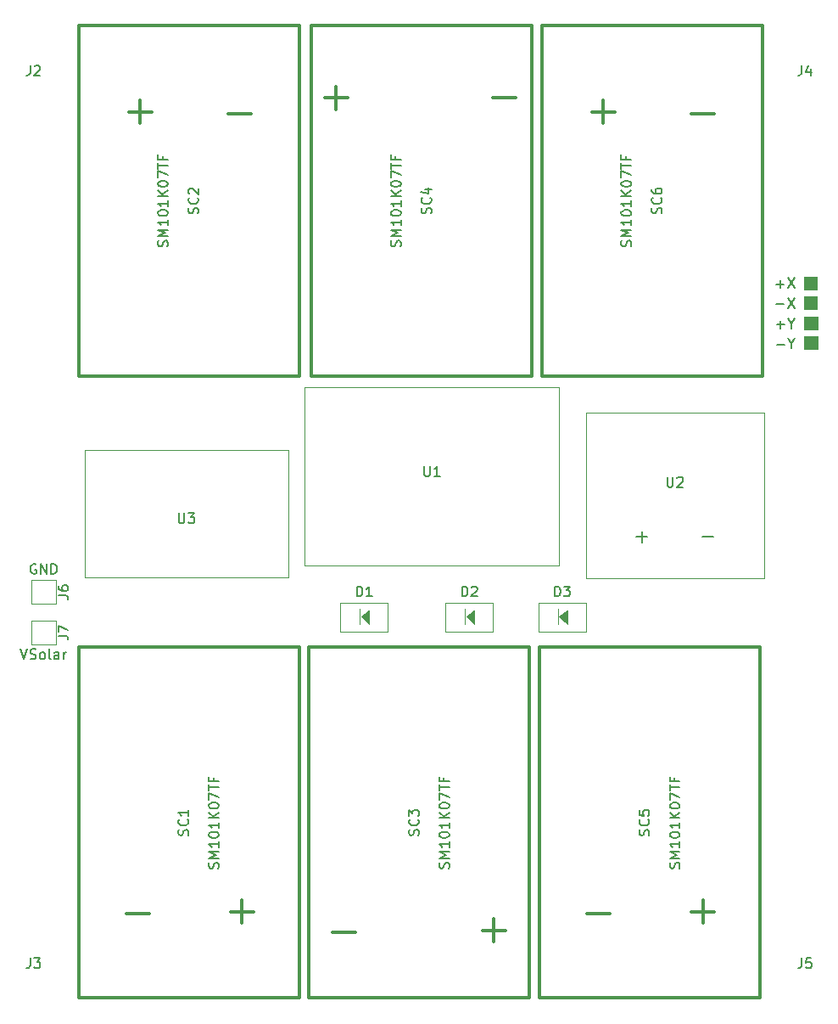
<source format=gbr>
%TF.GenerationSoftware,KiCad,Pcbnew,(5.1.10)-1*%
%TF.CreationDate,2022-06-07T20:11:27-07:00*%
%TF.ProjectId,solar-panel-NoCutout,736f6c61-722d-4706-916e-656c2d4e6f43,1.0*%
%TF.SameCoordinates,Original*%
%TF.FileFunction,Legend,Top*%
%TF.FilePolarity,Positive*%
%FSLAX46Y46*%
G04 Gerber Fmt 4.6, Leading zero omitted, Abs format (unit mm)*
G04 Created by KiCad (PCBNEW (5.1.10)-1) date 2022-06-07 20:11:27*
%MOMM*%
%LPD*%
G01*
G04 APERTURE LIST*
%ADD10C,0.150000*%
%ADD11C,0.100000*%
%ADD12C,0.120000*%
%ADD13C,0.300000*%
%ADD14C,0.200000*%
G04 APERTURE END LIST*
D10*
X106238095Y-120000000D02*
X106142857Y-119952380D01*
X106000000Y-119952380D01*
X105857142Y-120000000D01*
X105761904Y-120095238D01*
X105714285Y-120190476D01*
X105666666Y-120380952D01*
X105666666Y-120523809D01*
X105714285Y-120714285D01*
X105761904Y-120809523D01*
X105857142Y-120904761D01*
X106000000Y-120952380D01*
X106095238Y-120952380D01*
X106238095Y-120904761D01*
X106285714Y-120857142D01*
X106285714Y-120523809D01*
X106095238Y-120523809D01*
X106714285Y-120952380D02*
X106714285Y-119952380D01*
X107285714Y-120952380D01*
X107285714Y-119952380D01*
X107761904Y-120952380D02*
X107761904Y-119952380D01*
X108000000Y-119952380D01*
X108142857Y-120000000D01*
X108238095Y-120095238D01*
X108285714Y-120190476D01*
X108333333Y-120380952D01*
X108333333Y-120523809D01*
X108285714Y-120714285D01*
X108238095Y-120809523D01*
X108142857Y-120904761D01*
X108000000Y-120952380D01*
X107761904Y-120952380D01*
X104714285Y-128452380D02*
X105047619Y-129452380D01*
X105380952Y-128452380D01*
X105666666Y-129404761D02*
X105809523Y-129452380D01*
X106047619Y-129452380D01*
X106142857Y-129404761D01*
X106190476Y-129357142D01*
X106238095Y-129261904D01*
X106238095Y-129166666D01*
X106190476Y-129071428D01*
X106142857Y-129023809D01*
X106047619Y-128976190D01*
X105857142Y-128928571D01*
X105761904Y-128880952D01*
X105714285Y-128833333D01*
X105666666Y-128738095D01*
X105666666Y-128642857D01*
X105714285Y-128547619D01*
X105761904Y-128500000D01*
X105857142Y-128452380D01*
X106095238Y-128452380D01*
X106238095Y-128500000D01*
X106809523Y-129452380D02*
X106714285Y-129404761D01*
X106666666Y-129357142D01*
X106619047Y-129261904D01*
X106619047Y-128976190D01*
X106666666Y-128880952D01*
X106714285Y-128833333D01*
X106809523Y-128785714D01*
X106952380Y-128785714D01*
X107047619Y-128833333D01*
X107095238Y-128880952D01*
X107142857Y-128976190D01*
X107142857Y-129261904D01*
X107095238Y-129357142D01*
X107047619Y-129404761D01*
X106952380Y-129452380D01*
X106809523Y-129452380D01*
X107714285Y-129452380D02*
X107619047Y-129404761D01*
X107571428Y-129309523D01*
X107571428Y-128452380D01*
X108523809Y-129452380D02*
X108523809Y-128928571D01*
X108476190Y-128833333D01*
X108380952Y-128785714D01*
X108190476Y-128785714D01*
X108095238Y-128833333D01*
X108523809Y-129404761D02*
X108428571Y-129452380D01*
X108190476Y-129452380D01*
X108095238Y-129404761D01*
X108047619Y-129309523D01*
X108047619Y-129214285D01*
X108095238Y-129119047D01*
X108190476Y-129071428D01*
X108428571Y-129071428D01*
X108523809Y-129023809D01*
X108999999Y-129452380D02*
X108999999Y-128785714D01*
X108999999Y-128976190D02*
X109047619Y-128880952D01*
X109095238Y-128833333D01*
X109190476Y-128785714D01*
X109285714Y-128785714D01*
D11*
G36*
X184277000Y-98552000D02*
G01*
X182943500Y-98552000D01*
X182943500Y-97282000D01*
X184277000Y-97282000D01*
X184277000Y-98552000D01*
G37*
X184277000Y-98552000D02*
X182943500Y-98552000D01*
X182943500Y-97282000D01*
X184277000Y-97282000D01*
X184277000Y-98552000D01*
G36*
X184277000Y-96583500D02*
G01*
X182943500Y-96583500D01*
X182943500Y-95313500D01*
X184277000Y-95313500D01*
X184277000Y-96583500D01*
G37*
X184277000Y-96583500D02*
X182943500Y-96583500D01*
X182943500Y-95313500D01*
X184277000Y-95313500D01*
X184277000Y-96583500D01*
G36*
X184213500Y-94551500D02*
G01*
X182880000Y-94551500D01*
X182880000Y-93281500D01*
X184213500Y-93281500D01*
X184213500Y-94551500D01*
G37*
X184213500Y-94551500D02*
X182880000Y-94551500D01*
X182880000Y-93281500D01*
X184213500Y-93281500D01*
X184213500Y-94551500D01*
G36*
X184213500Y-92583000D02*
G01*
X182880000Y-92583000D01*
X182880000Y-91313000D01*
X184213500Y-91313000D01*
X184213500Y-92583000D01*
G37*
X184213500Y-92583000D02*
X182880000Y-92583000D01*
X182880000Y-91313000D01*
X184213500Y-91313000D01*
X184213500Y-92583000D01*
D10*
X180190476Y-98071428D02*
X180952380Y-98071428D01*
X181619047Y-97976190D02*
X181619047Y-98452380D01*
X181285714Y-97452380D02*
X181619047Y-97976190D01*
X181952380Y-97452380D01*
X180190476Y-96071428D02*
X180952380Y-96071428D01*
X180571428Y-96452380D02*
X180571428Y-95690476D01*
X181619047Y-95976190D02*
X181619047Y-96452380D01*
X181285714Y-95452380D02*
X181619047Y-95976190D01*
X181952380Y-95452380D01*
X180142857Y-94071428D02*
X180904761Y-94071428D01*
X181285714Y-93452380D02*
X181952380Y-94452380D01*
X181952380Y-93452380D02*
X181285714Y-94452380D01*
X180142857Y-92071428D02*
X180904761Y-92071428D01*
X180523809Y-92452380D02*
X180523809Y-91690476D01*
X181285714Y-91452380D02*
X181952380Y-92452380D01*
X181952380Y-91452380D02*
X181285714Y-92452380D01*
D12*
%TO.C,J7*%
X108200000Y-125600000D02*
X108200000Y-128000000D01*
X108200000Y-128000000D02*
X105800000Y-128000000D01*
X105800000Y-128000000D02*
X105800000Y-125600000D01*
X105800000Y-125600000D02*
X108200000Y-125600000D01*
%TO.C,J6*%
X108200000Y-121550000D02*
X108200000Y-123950000D01*
X108200000Y-123950000D02*
X105800000Y-123950000D01*
X105800000Y-123950000D02*
X105800000Y-121550000D01*
X105800000Y-121550000D02*
X108200000Y-121550000D01*
%TO.C,U1*%
X158450000Y-111250000D02*
X158450000Y-120140000D01*
X145750000Y-120140000D02*
X158450000Y-120140000D01*
X145750000Y-120140000D02*
X133050000Y-120140000D01*
X133050000Y-111250000D02*
X133050000Y-120140000D01*
X158450000Y-111250000D02*
X158450000Y-102360000D01*
X145750000Y-102360000D02*
X158450000Y-102360000D01*
X133050000Y-111250000D02*
X133050000Y-102360000D01*
X145750000Y-102360000D02*
X133050000Y-102360000D01*
%TO.C,U3*%
X121250000Y-108586000D02*
X111090000Y-108586000D01*
X111090000Y-108586000D02*
X111090000Y-114936000D01*
X121250000Y-108586000D02*
X131410000Y-108586000D01*
X131410000Y-108586000D02*
X131410000Y-114936000D01*
X111090000Y-121286000D02*
X111090000Y-114936000D01*
X121250000Y-121286000D02*
X111090000Y-121286000D01*
X131410000Y-121286000D02*
X131410000Y-114936000D01*
X121250000Y-121286000D02*
X131410000Y-121286000D01*
%TO.C,U2*%
X178890000Y-121355000D02*
X161110000Y-121355000D01*
X161110000Y-104845000D02*
X161110000Y-121355000D01*
X178890000Y-106750000D02*
X178890000Y-121355000D01*
X178890000Y-104845000D02*
X178890000Y-106750000D01*
X170000000Y-104845000D02*
X178890000Y-104845000D01*
X170000000Y-104845000D02*
X161110000Y-104845000D01*
D13*
%TO.C,SC6*%
X156750000Y-101250000D02*
X156750000Y-66250000D01*
X156750000Y-66250000D02*
X178750000Y-66250000D01*
X178750000Y-66250000D02*
X178750000Y-101250000D01*
X178750000Y-101250000D02*
X156750000Y-101250000D01*
%TO.C,SC5*%
X178500000Y-128250000D02*
X178500000Y-163250000D01*
X178500000Y-163250000D02*
X156500000Y-163250000D01*
X156500000Y-163250000D02*
X156500000Y-128250000D01*
X156500000Y-128250000D02*
X178500000Y-128250000D01*
%TO.C,SC4*%
X133750000Y-101250000D02*
X133750000Y-66250000D01*
X133750000Y-66250000D02*
X155750000Y-66250000D01*
X155750000Y-66250000D02*
X155750000Y-101250000D01*
X155750000Y-101250000D02*
X133750000Y-101250000D01*
%TO.C,SC3*%
X155500000Y-128250000D02*
X155500000Y-163250000D01*
X155500000Y-163250000D02*
X133500000Y-163250000D01*
X133500000Y-163250000D02*
X133500000Y-128250000D01*
X133500000Y-128250000D02*
X155500000Y-128250000D01*
%TO.C,SC2*%
X110500000Y-101250000D02*
X110500000Y-66250000D01*
X110500000Y-66250000D02*
X132500000Y-66250000D01*
X132500000Y-66250000D02*
X132500000Y-101250000D01*
X132500000Y-101250000D02*
X110500000Y-101250000D01*
%TO.C,SC1*%
X132500000Y-128250000D02*
X132500000Y-163250000D01*
X132500000Y-163250000D02*
X110500000Y-163250000D01*
X110500000Y-163250000D02*
X110500000Y-128250000D01*
X110500000Y-128250000D02*
X132500000Y-128250000D01*
D12*
%TO.C,D3*%
X158318200Y-124437200D02*
X158318200Y-125986600D01*
D11*
G36*
X159258000Y-125961200D02*
G01*
X158445200Y-125224600D01*
X159258000Y-124615000D01*
X159258000Y-125961200D01*
G37*
X159258000Y-125961200D02*
X158445200Y-125224600D01*
X159258000Y-124615000D01*
X159258000Y-125961200D01*
D12*
X156375000Y-123800000D02*
X161125000Y-123800000D01*
X156375000Y-126700000D02*
X156375000Y-123800000D01*
X161125000Y-126700000D02*
X161125000Y-123800000D01*
X156375000Y-126700000D02*
X161125000Y-126700000D01*
%TO.C,D2*%
X149068200Y-124437200D02*
X149068200Y-125986600D01*
D11*
G36*
X150008000Y-125961200D02*
G01*
X149195200Y-125224600D01*
X150008000Y-124615000D01*
X150008000Y-125961200D01*
G37*
X150008000Y-125961200D02*
X149195200Y-125224600D01*
X150008000Y-124615000D01*
X150008000Y-125961200D01*
D12*
X147125000Y-123800000D02*
X151875000Y-123800000D01*
X147125000Y-126700000D02*
X147125000Y-123800000D01*
X151875000Y-126700000D02*
X151875000Y-123800000D01*
X147125000Y-126700000D02*
X151875000Y-126700000D01*
%TO.C,D1*%
X138568200Y-124437200D02*
X138568200Y-125986600D01*
D11*
G36*
X139508000Y-125961200D02*
G01*
X138695200Y-125224600D01*
X139508000Y-124615000D01*
X139508000Y-125961200D01*
G37*
X139508000Y-125961200D02*
X138695200Y-125224600D01*
X139508000Y-124615000D01*
X139508000Y-125961200D01*
D12*
X136625000Y-123800000D02*
X141375000Y-123800000D01*
X136625000Y-126700000D02*
X136625000Y-123800000D01*
X141375000Y-126700000D02*
X141375000Y-123800000D01*
X136625000Y-126700000D02*
X141375000Y-126700000D01*
%TO.C,J7*%
D10*
X108450380Y-127133333D02*
X109164666Y-127133333D01*
X109307523Y-127180952D01*
X109402761Y-127276190D01*
X109450380Y-127419047D01*
X109450380Y-127514285D01*
X108450380Y-126752380D02*
X108450380Y-126085714D01*
X109450380Y-126514285D01*
%TO.C,J6*%
X108450380Y-123083333D02*
X109164666Y-123083333D01*
X109307523Y-123130952D01*
X109402761Y-123226190D01*
X109450380Y-123369047D01*
X109450380Y-123464285D01*
X108450380Y-122178571D02*
X108450380Y-122369047D01*
X108498000Y-122464285D01*
X108545619Y-122511904D01*
X108688476Y-122607142D01*
X108878952Y-122654761D01*
X109259904Y-122654761D01*
X109355142Y-122607142D01*
X109402761Y-122559523D01*
X109450380Y-122464285D01*
X109450380Y-122273809D01*
X109402761Y-122178571D01*
X109355142Y-122130952D01*
X109259904Y-122083333D01*
X109021809Y-122083333D01*
X108926571Y-122130952D01*
X108878952Y-122178571D01*
X108831333Y-122273809D01*
X108831333Y-122464285D01*
X108878952Y-122559523D01*
X108926571Y-122607142D01*
X109021809Y-122654761D01*
%TO.C,U1*%
X144988095Y-110202380D02*
X144988095Y-111011904D01*
X145035714Y-111107142D01*
X145083333Y-111154761D01*
X145178571Y-111202380D01*
X145369047Y-111202380D01*
X145464285Y-111154761D01*
X145511904Y-111107142D01*
X145559523Y-111011904D01*
X145559523Y-110202380D01*
X146559523Y-111202380D02*
X145988095Y-111202380D01*
X146273809Y-111202380D02*
X146273809Y-110202380D01*
X146178571Y-110345238D01*
X146083333Y-110440476D01*
X145988095Y-110488095D01*
%TO.C,J2*%
X105666666Y-70252380D02*
X105666666Y-70966666D01*
X105619047Y-71109523D01*
X105523809Y-71204761D01*
X105380952Y-71252380D01*
X105285714Y-71252380D01*
X106095238Y-70347619D02*
X106142857Y-70300000D01*
X106238095Y-70252380D01*
X106476190Y-70252380D01*
X106571428Y-70300000D01*
X106619047Y-70347619D01*
X106666666Y-70442857D01*
X106666666Y-70538095D01*
X106619047Y-70680952D01*
X106047619Y-71252380D01*
X106666666Y-71252380D01*
%TO.C,J5*%
X182666666Y-159252380D02*
X182666666Y-159966666D01*
X182619047Y-160109523D01*
X182523809Y-160204761D01*
X182380952Y-160252380D01*
X182285714Y-160252380D01*
X183619047Y-159252380D02*
X183142857Y-159252380D01*
X183095238Y-159728571D01*
X183142857Y-159680952D01*
X183238095Y-159633333D01*
X183476190Y-159633333D01*
X183571428Y-159680952D01*
X183619047Y-159728571D01*
X183666666Y-159823809D01*
X183666666Y-160061904D01*
X183619047Y-160157142D01*
X183571428Y-160204761D01*
X183476190Y-160252380D01*
X183238095Y-160252380D01*
X183142857Y-160204761D01*
X183095238Y-160157142D01*
%TO.C,J4*%
X182666666Y-70252380D02*
X182666666Y-70966666D01*
X182619047Y-71109523D01*
X182523809Y-71204761D01*
X182380952Y-71252380D01*
X182285714Y-71252380D01*
X183571428Y-70585714D02*
X183571428Y-71252380D01*
X183333333Y-70204761D02*
X183095238Y-70919047D01*
X183714285Y-70919047D01*
%TO.C,J3*%
X105666666Y-159252380D02*
X105666666Y-159966666D01*
X105619047Y-160109523D01*
X105523809Y-160204761D01*
X105380952Y-160252380D01*
X105285714Y-160252380D01*
X106047619Y-159252380D02*
X106666666Y-159252380D01*
X106333333Y-159633333D01*
X106476190Y-159633333D01*
X106571428Y-159680952D01*
X106619047Y-159728571D01*
X106666666Y-159823809D01*
X106666666Y-160061904D01*
X106619047Y-160157142D01*
X106571428Y-160204761D01*
X106476190Y-160252380D01*
X106190476Y-160252380D01*
X106095238Y-160204761D01*
X106047619Y-160157142D01*
%TO.C,U3*%
X120488095Y-114888380D02*
X120488095Y-115697904D01*
X120535714Y-115793142D01*
X120583333Y-115840761D01*
X120678571Y-115888380D01*
X120869047Y-115888380D01*
X120964285Y-115840761D01*
X121011904Y-115793142D01*
X121059523Y-115697904D01*
X121059523Y-114888380D01*
X121440476Y-114888380D02*
X122059523Y-114888380D01*
X121726190Y-115269333D01*
X121869047Y-115269333D01*
X121964285Y-115316952D01*
X122011904Y-115364571D01*
X122059523Y-115459809D01*
X122059523Y-115697904D01*
X122011904Y-115793142D01*
X121964285Y-115840761D01*
X121869047Y-115888380D01*
X121583333Y-115888380D01*
X121488095Y-115840761D01*
X121440476Y-115793142D01*
%TO.C,U2*%
X169238095Y-111282380D02*
X169238095Y-112091904D01*
X169285714Y-112187142D01*
X169333333Y-112234761D01*
X169428571Y-112282380D01*
X169619047Y-112282380D01*
X169714285Y-112234761D01*
X169761904Y-112187142D01*
X169809523Y-112091904D01*
X169809523Y-111282380D01*
X170238095Y-111377619D02*
X170285714Y-111330000D01*
X170380952Y-111282380D01*
X170619047Y-111282380D01*
X170714285Y-111330000D01*
X170761904Y-111377619D01*
X170809523Y-111472857D01*
X170809523Y-111568095D01*
X170761904Y-111710952D01*
X170190476Y-112282380D01*
X170809523Y-112282380D01*
D14*
X166126571Y-117271142D02*
X167269428Y-117271142D01*
X166698000Y-117842571D02*
X166698000Y-116699714D01*
X172730571Y-117271142D02*
X173873428Y-117271142D01*
%TO.C,SC6*%
D10*
X168654761Y-85011904D02*
X168702380Y-84869047D01*
X168702380Y-84630952D01*
X168654761Y-84535714D01*
X168607142Y-84488095D01*
X168511904Y-84440476D01*
X168416666Y-84440476D01*
X168321428Y-84488095D01*
X168273809Y-84535714D01*
X168226190Y-84630952D01*
X168178571Y-84821428D01*
X168130952Y-84916666D01*
X168083333Y-84964285D01*
X167988095Y-85011904D01*
X167892857Y-85011904D01*
X167797619Y-84964285D01*
X167750000Y-84916666D01*
X167702380Y-84821428D01*
X167702380Y-84583333D01*
X167750000Y-84440476D01*
X168607142Y-83440476D02*
X168654761Y-83488095D01*
X168702380Y-83630952D01*
X168702380Y-83726190D01*
X168654761Y-83869047D01*
X168559523Y-83964285D01*
X168464285Y-84011904D01*
X168273809Y-84059523D01*
X168130952Y-84059523D01*
X167940476Y-84011904D01*
X167845238Y-83964285D01*
X167750000Y-83869047D01*
X167702380Y-83726190D01*
X167702380Y-83630952D01*
X167750000Y-83488095D01*
X167797619Y-83440476D01*
X167702380Y-82583333D02*
X167702380Y-82773809D01*
X167750000Y-82869047D01*
X167797619Y-82916666D01*
X167940476Y-83011904D01*
X168130952Y-83059523D01*
X168511904Y-83059523D01*
X168607142Y-83011904D01*
X168654761Y-82964285D01*
X168702380Y-82869047D01*
X168702380Y-82678571D01*
X168654761Y-82583333D01*
X168607142Y-82535714D01*
X168511904Y-82488095D01*
X168273809Y-82488095D01*
X168178571Y-82535714D01*
X168130952Y-82583333D01*
X168083333Y-82678571D01*
X168083333Y-82869047D01*
X168130952Y-82964285D01*
X168178571Y-83011904D01*
X168273809Y-83059523D01*
X165614761Y-88297619D02*
X165662380Y-88154761D01*
X165662380Y-87916666D01*
X165614761Y-87821428D01*
X165567142Y-87773809D01*
X165471904Y-87726190D01*
X165376666Y-87726190D01*
X165281428Y-87773809D01*
X165233809Y-87821428D01*
X165186190Y-87916666D01*
X165138571Y-88107142D01*
X165090952Y-88202380D01*
X165043333Y-88250000D01*
X164948095Y-88297619D01*
X164852857Y-88297619D01*
X164757619Y-88250000D01*
X164710000Y-88202380D01*
X164662380Y-88107142D01*
X164662380Y-87869047D01*
X164710000Y-87726190D01*
X165662380Y-87297619D02*
X164662380Y-87297619D01*
X165376666Y-86964285D01*
X164662380Y-86630952D01*
X165662380Y-86630952D01*
X165662380Y-85630952D02*
X165662380Y-86202380D01*
X165662380Y-85916666D02*
X164662380Y-85916666D01*
X164805238Y-86011904D01*
X164900476Y-86107142D01*
X164948095Y-86202380D01*
X164662380Y-85011904D02*
X164662380Y-84916666D01*
X164710000Y-84821428D01*
X164757619Y-84773809D01*
X164852857Y-84726190D01*
X165043333Y-84678571D01*
X165281428Y-84678571D01*
X165471904Y-84726190D01*
X165567142Y-84773809D01*
X165614761Y-84821428D01*
X165662380Y-84916666D01*
X165662380Y-85011904D01*
X165614761Y-85107142D01*
X165567142Y-85154761D01*
X165471904Y-85202380D01*
X165281428Y-85250000D01*
X165043333Y-85250000D01*
X164852857Y-85202380D01*
X164757619Y-85154761D01*
X164710000Y-85107142D01*
X164662380Y-85011904D01*
X165662380Y-83726190D02*
X165662380Y-84297619D01*
X165662380Y-84011904D02*
X164662380Y-84011904D01*
X164805238Y-84107142D01*
X164900476Y-84202380D01*
X164948095Y-84297619D01*
X165662380Y-83297619D02*
X164662380Y-83297619D01*
X165662380Y-82726190D02*
X165090952Y-83154761D01*
X164662380Y-82726190D02*
X165233809Y-83297619D01*
X164662380Y-82107142D02*
X164662380Y-82011904D01*
X164710000Y-81916666D01*
X164757619Y-81869047D01*
X164852857Y-81821428D01*
X165043333Y-81773809D01*
X165281428Y-81773809D01*
X165471904Y-81821428D01*
X165567142Y-81869047D01*
X165614761Y-81916666D01*
X165662380Y-82011904D01*
X165662380Y-82107142D01*
X165614761Y-82202380D01*
X165567142Y-82250000D01*
X165471904Y-82297619D01*
X165281428Y-82345238D01*
X165043333Y-82345238D01*
X164852857Y-82297619D01*
X164757619Y-82250000D01*
X164710000Y-82202380D01*
X164662380Y-82107142D01*
X164662380Y-81440476D02*
X164662380Y-80773809D01*
X165662380Y-81202380D01*
X164662380Y-80535714D02*
X164662380Y-79964285D01*
X165662380Y-80250000D02*
X164662380Y-80250000D01*
X165138571Y-79297619D02*
X165138571Y-79630952D01*
X165662380Y-79630952D02*
X164662380Y-79630952D01*
X164662380Y-79154761D01*
D13*
X171687142Y-75074285D02*
X173972857Y-75074285D01*
X162884285Y-76002857D02*
X162884285Y-73717142D01*
X164027142Y-74860000D02*
X161741428Y-74860000D01*
%TO.C,SC5*%
D10*
X167404761Y-147011904D02*
X167452380Y-146869047D01*
X167452380Y-146630952D01*
X167404761Y-146535714D01*
X167357142Y-146488095D01*
X167261904Y-146440476D01*
X167166666Y-146440476D01*
X167071428Y-146488095D01*
X167023809Y-146535714D01*
X166976190Y-146630952D01*
X166928571Y-146821428D01*
X166880952Y-146916666D01*
X166833333Y-146964285D01*
X166738095Y-147011904D01*
X166642857Y-147011904D01*
X166547619Y-146964285D01*
X166500000Y-146916666D01*
X166452380Y-146821428D01*
X166452380Y-146583333D01*
X166500000Y-146440476D01*
X167357142Y-145440476D02*
X167404761Y-145488095D01*
X167452380Y-145630952D01*
X167452380Y-145726190D01*
X167404761Y-145869047D01*
X167309523Y-145964285D01*
X167214285Y-146011904D01*
X167023809Y-146059523D01*
X166880952Y-146059523D01*
X166690476Y-146011904D01*
X166595238Y-145964285D01*
X166500000Y-145869047D01*
X166452380Y-145726190D01*
X166452380Y-145630952D01*
X166500000Y-145488095D01*
X166547619Y-145440476D01*
X166452380Y-144535714D02*
X166452380Y-145011904D01*
X166928571Y-145059523D01*
X166880952Y-145011904D01*
X166833333Y-144916666D01*
X166833333Y-144678571D01*
X166880952Y-144583333D01*
X166928571Y-144535714D01*
X167023809Y-144488095D01*
X167261904Y-144488095D01*
X167357142Y-144535714D01*
X167404761Y-144583333D01*
X167452380Y-144678571D01*
X167452380Y-144916666D01*
X167404761Y-145011904D01*
X167357142Y-145059523D01*
X170444761Y-150297619D02*
X170492380Y-150154761D01*
X170492380Y-149916666D01*
X170444761Y-149821428D01*
X170397142Y-149773809D01*
X170301904Y-149726190D01*
X170206666Y-149726190D01*
X170111428Y-149773809D01*
X170063809Y-149821428D01*
X170016190Y-149916666D01*
X169968571Y-150107142D01*
X169920952Y-150202380D01*
X169873333Y-150250000D01*
X169778095Y-150297619D01*
X169682857Y-150297619D01*
X169587619Y-150250000D01*
X169540000Y-150202380D01*
X169492380Y-150107142D01*
X169492380Y-149869047D01*
X169540000Y-149726190D01*
X170492380Y-149297619D02*
X169492380Y-149297619D01*
X170206666Y-148964285D01*
X169492380Y-148630952D01*
X170492380Y-148630952D01*
X170492380Y-147630952D02*
X170492380Y-148202380D01*
X170492380Y-147916666D02*
X169492380Y-147916666D01*
X169635238Y-148011904D01*
X169730476Y-148107142D01*
X169778095Y-148202380D01*
X169492380Y-147011904D02*
X169492380Y-146916666D01*
X169540000Y-146821428D01*
X169587619Y-146773809D01*
X169682857Y-146726190D01*
X169873333Y-146678571D01*
X170111428Y-146678571D01*
X170301904Y-146726190D01*
X170397142Y-146773809D01*
X170444761Y-146821428D01*
X170492380Y-146916666D01*
X170492380Y-147011904D01*
X170444761Y-147107142D01*
X170397142Y-147154761D01*
X170301904Y-147202380D01*
X170111428Y-147250000D01*
X169873333Y-147250000D01*
X169682857Y-147202380D01*
X169587619Y-147154761D01*
X169540000Y-147107142D01*
X169492380Y-147011904D01*
X170492380Y-145726190D02*
X170492380Y-146297619D01*
X170492380Y-146011904D02*
X169492380Y-146011904D01*
X169635238Y-146107142D01*
X169730476Y-146202380D01*
X169778095Y-146297619D01*
X170492380Y-145297619D02*
X169492380Y-145297619D01*
X170492380Y-144726190D02*
X169920952Y-145154761D01*
X169492380Y-144726190D02*
X170063809Y-145297619D01*
X169492380Y-144107142D02*
X169492380Y-144011904D01*
X169540000Y-143916666D01*
X169587619Y-143869047D01*
X169682857Y-143821428D01*
X169873333Y-143773809D01*
X170111428Y-143773809D01*
X170301904Y-143821428D01*
X170397142Y-143869047D01*
X170444761Y-143916666D01*
X170492380Y-144011904D01*
X170492380Y-144107142D01*
X170444761Y-144202380D01*
X170397142Y-144250000D01*
X170301904Y-144297619D01*
X170111428Y-144345238D01*
X169873333Y-144345238D01*
X169682857Y-144297619D01*
X169587619Y-144250000D01*
X169540000Y-144202380D01*
X169492380Y-144107142D01*
X169492380Y-143440476D02*
X169492380Y-142773809D01*
X170492380Y-143202380D01*
X169492380Y-142535714D02*
X169492380Y-141964285D01*
X170492380Y-142250000D02*
X169492380Y-142250000D01*
X169968571Y-141297619D02*
X169968571Y-141630952D01*
X170492380Y-141630952D02*
X169492380Y-141630952D01*
X169492380Y-141154761D01*
D13*
X161277142Y-154854285D02*
X163562857Y-154854285D01*
X172794285Y-155782857D02*
X172794285Y-153497142D01*
X173937142Y-154640000D02*
X171651428Y-154640000D01*
%TO.C,SC4*%
D10*
X145654761Y-85011904D02*
X145702380Y-84869047D01*
X145702380Y-84630952D01*
X145654761Y-84535714D01*
X145607142Y-84488095D01*
X145511904Y-84440476D01*
X145416666Y-84440476D01*
X145321428Y-84488095D01*
X145273809Y-84535714D01*
X145226190Y-84630952D01*
X145178571Y-84821428D01*
X145130952Y-84916666D01*
X145083333Y-84964285D01*
X144988095Y-85011904D01*
X144892857Y-85011904D01*
X144797619Y-84964285D01*
X144750000Y-84916666D01*
X144702380Y-84821428D01*
X144702380Y-84583333D01*
X144750000Y-84440476D01*
X145607142Y-83440476D02*
X145654761Y-83488095D01*
X145702380Y-83630952D01*
X145702380Y-83726190D01*
X145654761Y-83869047D01*
X145559523Y-83964285D01*
X145464285Y-84011904D01*
X145273809Y-84059523D01*
X145130952Y-84059523D01*
X144940476Y-84011904D01*
X144845238Y-83964285D01*
X144750000Y-83869047D01*
X144702380Y-83726190D01*
X144702380Y-83630952D01*
X144750000Y-83488095D01*
X144797619Y-83440476D01*
X145035714Y-82583333D02*
X145702380Y-82583333D01*
X144654761Y-82821428D02*
X145369047Y-83059523D01*
X145369047Y-82440476D01*
X142614761Y-88297619D02*
X142662380Y-88154761D01*
X142662380Y-87916666D01*
X142614761Y-87821428D01*
X142567142Y-87773809D01*
X142471904Y-87726190D01*
X142376666Y-87726190D01*
X142281428Y-87773809D01*
X142233809Y-87821428D01*
X142186190Y-87916666D01*
X142138571Y-88107142D01*
X142090952Y-88202380D01*
X142043333Y-88250000D01*
X141948095Y-88297619D01*
X141852857Y-88297619D01*
X141757619Y-88250000D01*
X141710000Y-88202380D01*
X141662380Y-88107142D01*
X141662380Y-87869047D01*
X141710000Y-87726190D01*
X142662380Y-87297619D02*
X141662380Y-87297619D01*
X142376666Y-86964285D01*
X141662380Y-86630952D01*
X142662380Y-86630952D01*
X142662380Y-85630952D02*
X142662380Y-86202380D01*
X142662380Y-85916666D02*
X141662380Y-85916666D01*
X141805238Y-86011904D01*
X141900476Y-86107142D01*
X141948095Y-86202380D01*
X141662380Y-85011904D02*
X141662380Y-84916666D01*
X141710000Y-84821428D01*
X141757619Y-84773809D01*
X141852857Y-84726190D01*
X142043333Y-84678571D01*
X142281428Y-84678571D01*
X142471904Y-84726190D01*
X142567142Y-84773809D01*
X142614761Y-84821428D01*
X142662380Y-84916666D01*
X142662380Y-85011904D01*
X142614761Y-85107142D01*
X142567142Y-85154761D01*
X142471904Y-85202380D01*
X142281428Y-85250000D01*
X142043333Y-85250000D01*
X141852857Y-85202380D01*
X141757619Y-85154761D01*
X141710000Y-85107142D01*
X141662380Y-85011904D01*
X142662380Y-83726190D02*
X142662380Y-84297619D01*
X142662380Y-84011904D02*
X141662380Y-84011904D01*
X141805238Y-84107142D01*
X141900476Y-84202380D01*
X141948095Y-84297619D01*
X142662380Y-83297619D02*
X141662380Y-83297619D01*
X142662380Y-82726190D02*
X142090952Y-83154761D01*
X141662380Y-82726190D02*
X142233809Y-83297619D01*
X141662380Y-82107142D02*
X141662380Y-82011904D01*
X141710000Y-81916666D01*
X141757619Y-81869047D01*
X141852857Y-81821428D01*
X142043333Y-81773809D01*
X142281428Y-81773809D01*
X142471904Y-81821428D01*
X142567142Y-81869047D01*
X142614761Y-81916666D01*
X142662380Y-82011904D01*
X142662380Y-82107142D01*
X142614761Y-82202380D01*
X142567142Y-82250000D01*
X142471904Y-82297619D01*
X142281428Y-82345238D01*
X142043333Y-82345238D01*
X141852857Y-82297619D01*
X141757619Y-82250000D01*
X141710000Y-82202380D01*
X141662380Y-82107142D01*
X141662380Y-81440476D02*
X141662380Y-80773809D01*
X142662380Y-81202380D01*
X141662380Y-80535714D02*
X141662380Y-79964285D01*
X142662380Y-80250000D02*
X141662380Y-80250000D01*
X142138571Y-79297619D02*
X142138571Y-79630952D01*
X142662380Y-79630952D02*
X141662380Y-79630952D01*
X141662380Y-79154761D01*
D13*
X151857142Y-73464285D02*
X154142857Y-73464285D01*
X136214285Y-74642857D02*
X136214285Y-72357142D01*
X137357142Y-73500000D02*
X135071428Y-73500000D01*
%TO.C,SC3*%
D10*
X144404761Y-147011904D02*
X144452380Y-146869047D01*
X144452380Y-146630952D01*
X144404761Y-146535714D01*
X144357142Y-146488095D01*
X144261904Y-146440476D01*
X144166666Y-146440476D01*
X144071428Y-146488095D01*
X144023809Y-146535714D01*
X143976190Y-146630952D01*
X143928571Y-146821428D01*
X143880952Y-146916666D01*
X143833333Y-146964285D01*
X143738095Y-147011904D01*
X143642857Y-147011904D01*
X143547619Y-146964285D01*
X143500000Y-146916666D01*
X143452380Y-146821428D01*
X143452380Y-146583333D01*
X143500000Y-146440476D01*
X144357142Y-145440476D02*
X144404761Y-145488095D01*
X144452380Y-145630952D01*
X144452380Y-145726190D01*
X144404761Y-145869047D01*
X144309523Y-145964285D01*
X144214285Y-146011904D01*
X144023809Y-146059523D01*
X143880952Y-146059523D01*
X143690476Y-146011904D01*
X143595238Y-145964285D01*
X143500000Y-145869047D01*
X143452380Y-145726190D01*
X143452380Y-145630952D01*
X143500000Y-145488095D01*
X143547619Y-145440476D01*
X143452380Y-145107142D02*
X143452380Y-144488095D01*
X143833333Y-144821428D01*
X143833333Y-144678571D01*
X143880952Y-144583333D01*
X143928571Y-144535714D01*
X144023809Y-144488095D01*
X144261904Y-144488095D01*
X144357142Y-144535714D01*
X144404761Y-144583333D01*
X144452380Y-144678571D01*
X144452380Y-144964285D01*
X144404761Y-145059523D01*
X144357142Y-145107142D01*
X147444761Y-150297619D02*
X147492380Y-150154761D01*
X147492380Y-149916666D01*
X147444761Y-149821428D01*
X147397142Y-149773809D01*
X147301904Y-149726190D01*
X147206666Y-149726190D01*
X147111428Y-149773809D01*
X147063809Y-149821428D01*
X147016190Y-149916666D01*
X146968571Y-150107142D01*
X146920952Y-150202380D01*
X146873333Y-150250000D01*
X146778095Y-150297619D01*
X146682857Y-150297619D01*
X146587619Y-150250000D01*
X146540000Y-150202380D01*
X146492380Y-150107142D01*
X146492380Y-149869047D01*
X146540000Y-149726190D01*
X147492380Y-149297619D02*
X146492380Y-149297619D01*
X147206666Y-148964285D01*
X146492380Y-148630952D01*
X147492380Y-148630952D01*
X147492380Y-147630952D02*
X147492380Y-148202380D01*
X147492380Y-147916666D02*
X146492380Y-147916666D01*
X146635238Y-148011904D01*
X146730476Y-148107142D01*
X146778095Y-148202380D01*
X146492380Y-147011904D02*
X146492380Y-146916666D01*
X146540000Y-146821428D01*
X146587619Y-146773809D01*
X146682857Y-146726190D01*
X146873333Y-146678571D01*
X147111428Y-146678571D01*
X147301904Y-146726190D01*
X147397142Y-146773809D01*
X147444761Y-146821428D01*
X147492380Y-146916666D01*
X147492380Y-147011904D01*
X147444761Y-147107142D01*
X147397142Y-147154761D01*
X147301904Y-147202380D01*
X147111428Y-147250000D01*
X146873333Y-147250000D01*
X146682857Y-147202380D01*
X146587619Y-147154761D01*
X146540000Y-147107142D01*
X146492380Y-147011904D01*
X147492380Y-145726190D02*
X147492380Y-146297619D01*
X147492380Y-146011904D02*
X146492380Y-146011904D01*
X146635238Y-146107142D01*
X146730476Y-146202380D01*
X146778095Y-146297619D01*
X147492380Y-145297619D02*
X146492380Y-145297619D01*
X147492380Y-144726190D02*
X146920952Y-145154761D01*
X146492380Y-144726190D02*
X147063809Y-145297619D01*
X146492380Y-144107142D02*
X146492380Y-144011904D01*
X146540000Y-143916666D01*
X146587619Y-143869047D01*
X146682857Y-143821428D01*
X146873333Y-143773809D01*
X147111428Y-143773809D01*
X147301904Y-143821428D01*
X147397142Y-143869047D01*
X147444761Y-143916666D01*
X147492380Y-144011904D01*
X147492380Y-144107142D01*
X147444761Y-144202380D01*
X147397142Y-144250000D01*
X147301904Y-144297619D01*
X147111428Y-144345238D01*
X146873333Y-144345238D01*
X146682857Y-144297619D01*
X146587619Y-144250000D01*
X146540000Y-144202380D01*
X146492380Y-144107142D01*
X146492380Y-143440476D02*
X146492380Y-142773809D01*
X147492380Y-143202380D01*
X146492380Y-142535714D02*
X146492380Y-141964285D01*
X147492380Y-142250000D02*
X146492380Y-142250000D01*
X146968571Y-141297619D02*
X146968571Y-141630952D01*
X147492380Y-141630952D02*
X146492380Y-141630952D01*
X146492380Y-141154761D01*
D13*
X135857142Y-156714285D02*
X138142857Y-156714285D01*
X151964285Y-157642857D02*
X151964285Y-155357142D01*
X153107142Y-156500000D02*
X150821428Y-156500000D01*
%TO.C,SC2*%
D10*
X122404761Y-85011904D02*
X122452380Y-84869047D01*
X122452380Y-84630952D01*
X122404761Y-84535714D01*
X122357142Y-84488095D01*
X122261904Y-84440476D01*
X122166666Y-84440476D01*
X122071428Y-84488095D01*
X122023809Y-84535714D01*
X121976190Y-84630952D01*
X121928571Y-84821428D01*
X121880952Y-84916666D01*
X121833333Y-84964285D01*
X121738095Y-85011904D01*
X121642857Y-85011904D01*
X121547619Y-84964285D01*
X121500000Y-84916666D01*
X121452380Y-84821428D01*
X121452380Y-84583333D01*
X121500000Y-84440476D01*
X122357142Y-83440476D02*
X122404761Y-83488095D01*
X122452380Y-83630952D01*
X122452380Y-83726190D01*
X122404761Y-83869047D01*
X122309523Y-83964285D01*
X122214285Y-84011904D01*
X122023809Y-84059523D01*
X121880952Y-84059523D01*
X121690476Y-84011904D01*
X121595238Y-83964285D01*
X121500000Y-83869047D01*
X121452380Y-83726190D01*
X121452380Y-83630952D01*
X121500000Y-83488095D01*
X121547619Y-83440476D01*
X121547619Y-83059523D02*
X121500000Y-83011904D01*
X121452380Y-82916666D01*
X121452380Y-82678571D01*
X121500000Y-82583333D01*
X121547619Y-82535714D01*
X121642857Y-82488095D01*
X121738095Y-82488095D01*
X121880952Y-82535714D01*
X122452380Y-83107142D01*
X122452380Y-82488095D01*
X119364761Y-88297619D02*
X119412380Y-88154761D01*
X119412380Y-87916666D01*
X119364761Y-87821428D01*
X119317142Y-87773809D01*
X119221904Y-87726190D01*
X119126666Y-87726190D01*
X119031428Y-87773809D01*
X118983809Y-87821428D01*
X118936190Y-87916666D01*
X118888571Y-88107142D01*
X118840952Y-88202380D01*
X118793333Y-88250000D01*
X118698095Y-88297619D01*
X118602857Y-88297619D01*
X118507619Y-88250000D01*
X118460000Y-88202380D01*
X118412380Y-88107142D01*
X118412380Y-87869047D01*
X118460000Y-87726190D01*
X119412380Y-87297619D02*
X118412380Y-87297619D01*
X119126666Y-86964285D01*
X118412380Y-86630952D01*
X119412380Y-86630952D01*
X119412380Y-85630952D02*
X119412380Y-86202380D01*
X119412380Y-85916666D02*
X118412380Y-85916666D01*
X118555238Y-86011904D01*
X118650476Y-86107142D01*
X118698095Y-86202380D01*
X118412380Y-85011904D02*
X118412380Y-84916666D01*
X118460000Y-84821428D01*
X118507619Y-84773809D01*
X118602857Y-84726190D01*
X118793333Y-84678571D01*
X119031428Y-84678571D01*
X119221904Y-84726190D01*
X119317142Y-84773809D01*
X119364761Y-84821428D01*
X119412380Y-84916666D01*
X119412380Y-85011904D01*
X119364761Y-85107142D01*
X119317142Y-85154761D01*
X119221904Y-85202380D01*
X119031428Y-85250000D01*
X118793333Y-85250000D01*
X118602857Y-85202380D01*
X118507619Y-85154761D01*
X118460000Y-85107142D01*
X118412380Y-85011904D01*
X119412380Y-83726190D02*
X119412380Y-84297619D01*
X119412380Y-84011904D02*
X118412380Y-84011904D01*
X118555238Y-84107142D01*
X118650476Y-84202380D01*
X118698095Y-84297619D01*
X119412380Y-83297619D02*
X118412380Y-83297619D01*
X119412380Y-82726190D02*
X118840952Y-83154761D01*
X118412380Y-82726190D02*
X118983809Y-83297619D01*
X118412380Y-82107142D02*
X118412380Y-82011904D01*
X118460000Y-81916666D01*
X118507619Y-81869047D01*
X118602857Y-81821428D01*
X118793333Y-81773809D01*
X119031428Y-81773809D01*
X119221904Y-81821428D01*
X119317142Y-81869047D01*
X119364761Y-81916666D01*
X119412380Y-82011904D01*
X119412380Y-82107142D01*
X119364761Y-82202380D01*
X119317142Y-82250000D01*
X119221904Y-82297619D01*
X119031428Y-82345238D01*
X118793333Y-82345238D01*
X118602857Y-82297619D01*
X118507619Y-82250000D01*
X118460000Y-82202380D01*
X118412380Y-82107142D01*
X118412380Y-81440476D02*
X118412380Y-80773809D01*
X119412380Y-81202380D01*
X118412380Y-80535714D02*
X118412380Y-79964285D01*
X119412380Y-80250000D02*
X118412380Y-80250000D01*
X118888571Y-79297619D02*
X118888571Y-79630952D01*
X119412380Y-79630952D02*
X118412380Y-79630952D01*
X118412380Y-79154761D01*
D13*
X125437142Y-75074285D02*
X127722857Y-75074285D01*
X116634285Y-76002857D02*
X116634285Y-73717142D01*
X117777142Y-74860000D02*
X115491428Y-74860000D01*
%TO.C,SC1*%
D10*
X121404761Y-147011904D02*
X121452380Y-146869047D01*
X121452380Y-146630952D01*
X121404761Y-146535714D01*
X121357142Y-146488095D01*
X121261904Y-146440476D01*
X121166666Y-146440476D01*
X121071428Y-146488095D01*
X121023809Y-146535714D01*
X120976190Y-146630952D01*
X120928571Y-146821428D01*
X120880952Y-146916666D01*
X120833333Y-146964285D01*
X120738095Y-147011904D01*
X120642857Y-147011904D01*
X120547619Y-146964285D01*
X120500000Y-146916666D01*
X120452380Y-146821428D01*
X120452380Y-146583333D01*
X120500000Y-146440476D01*
X121357142Y-145440476D02*
X121404761Y-145488095D01*
X121452380Y-145630952D01*
X121452380Y-145726190D01*
X121404761Y-145869047D01*
X121309523Y-145964285D01*
X121214285Y-146011904D01*
X121023809Y-146059523D01*
X120880952Y-146059523D01*
X120690476Y-146011904D01*
X120595238Y-145964285D01*
X120500000Y-145869047D01*
X120452380Y-145726190D01*
X120452380Y-145630952D01*
X120500000Y-145488095D01*
X120547619Y-145440476D01*
X121452380Y-144488095D02*
X121452380Y-145059523D01*
X121452380Y-144773809D02*
X120452380Y-144773809D01*
X120595238Y-144869047D01*
X120690476Y-144964285D01*
X120738095Y-145059523D01*
X124444761Y-150297619D02*
X124492380Y-150154761D01*
X124492380Y-149916666D01*
X124444761Y-149821428D01*
X124397142Y-149773809D01*
X124301904Y-149726190D01*
X124206666Y-149726190D01*
X124111428Y-149773809D01*
X124063809Y-149821428D01*
X124016190Y-149916666D01*
X123968571Y-150107142D01*
X123920952Y-150202380D01*
X123873333Y-150250000D01*
X123778095Y-150297619D01*
X123682857Y-150297619D01*
X123587619Y-150250000D01*
X123540000Y-150202380D01*
X123492380Y-150107142D01*
X123492380Y-149869047D01*
X123540000Y-149726190D01*
X124492380Y-149297619D02*
X123492380Y-149297619D01*
X124206666Y-148964285D01*
X123492380Y-148630952D01*
X124492380Y-148630952D01*
X124492380Y-147630952D02*
X124492380Y-148202380D01*
X124492380Y-147916666D02*
X123492380Y-147916666D01*
X123635238Y-148011904D01*
X123730476Y-148107142D01*
X123778095Y-148202380D01*
X123492380Y-147011904D02*
X123492380Y-146916666D01*
X123540000Y-146821428D01*
X123587619Y-146773809D01*
X123682857Y-146726190D01*
X123873333Y-146678571D01*
X124111428Y-146678571D01*
X124301904Y-146726190D01*
X124397142Y-146773809D01*
X124444761Y-146821428D01*
X124492380Y-146916666D01*
X124492380Y-147011904D01*
X124444761Y-147107142D01*
X124397142Y-147154761D01*
X124301904Y-147202380D01*
X124111428Y-147250000D01*
X123873333Y-147250000D01*
X123682857Y-147202380D01*
X123587619Y-147154761D01*
X123540000Y-147107142D01*
X123492380Y-147011904D01*
X124492380Y-145726190D02*
X124492380Y-146297619D01*
X124492380Y-146011904D02*
X123492380Y-146011904D01*
X123635238Y-146107142D01*
X123730476Y-146202380D01*
X123778095Y-146297619D01*
X124492380Y-145297619D02*
X123492380Y-145297619D01*
X124492380Y-144726190D02*
X123920952Y-145154761D01*
X123492380Y-144726190D02*
X124063809Y-145297619D01*
X123492380Y-144107142D02*
X123492380Y-144011904D01*
X123540000Y-143916666D01*
X123587619Y-143869047D01*
X123682857Y-143821428D01*
X123873333Y-143773809D01*
X124111428Y-143773809D01*
X124301904Y-143821428D01*
X124397142Y-143869047D01*
X124444761Y-143916666D01*
X124492380Y-144011904D01*
X124492380Y-144107142D01*
X124444761Y-144202380D01*
X124397142Y-144250000D01*
X124301904Y-144297619D01*
X124111428Y-144345238D01*
X123873333Y-144345238D01*
X123682857Y-144297619D01*
X123587619Y-144250000D01*
X123540000Y-144202380D01*
X123492380Y-144107142D01*
X123492380Y-143440476D02*
X123492380Y-142773809D01*
X124492380Y-143202380D01*
X123492380Y-142535714D02*
X123492380Y-141964285D01*
X124492380Y-142250000D02*
X123492380Y-142250000D01*
X123968571Y-141297619D02*
X123968571Y-141630952D01*
X124492380Y-141630952D02*
X123492380Y-141630952D01*
X123492380Y-141154761D01*
D13*
X115277142Y-154854285D02*
X117562857Y-154854285D01*
X126794285Y-155782857D02*
X126794285Y-153497142D01*
X127937142Y-154640000D02*
X125651428Y-154640000D01*
%TO.C,D3*%
D10*
X158011904Y-123202380D02*
X158011904Y-122202380D01*
X158250000Y-122202380D01*
X158392857Y-122250000D01*
X158488095Y-122345238D01*
X158535714Y-122440476D01*
X158583333Y-122630952D01*
X158583333Y-122773809D01*
X158535714Y-122964285D01*
X158488095Y-123059523D01*
X158392857Y-123154761D01*
X158250000Y-123202380D01*
X158011904Y-123202380D01*
X158916666Y-122202380D02*
X159535714Y-122202380D01*
X159202380Y-122583333D01*
X159345238Y-122583333D01*
X159440476Y-122630952D01*
X159488095Y-122678571D01*
X159535714Y-122773809D01*
X159535714Y-123011904D01*
X159488095Y-123107142D01*
X159440476Y-123154761D01*
X159345238Y-123202380D01*
X159059523Y-123202380D01*
X158964285Y-123154761D01*
X158916666Y-123107142D01*
%TO.C,D2*%
X148761904Y-123202380D02*
X148761904Y-122202380D01*
X149000000Y-122202380D01*
X149142857Y-122250000D01*
X149238095Y-122345238D01*
X149285714Y-122440476D01*
X149333333Y-122630952D01*
X149333333Y-122773809D01*
X149285714Y-122964285D01*
X149238095Y-123059523D01*
X149142857Y-123154761D01*
X149000000Y-123202380D01*
X148761904Y-123202380D01*
X149714285Y-122297619D02*
X149761904Y-122250000D01*
X149857142Y-122202380D01*
X150095238Y-122202380D01*
X150190476Y-122250000D01*
X150238095Y-122297619D01*
X150285714Y-122392857D01*
X150285714Y-122488095D01*
X150238095Y-122630952D01*
X149666666Y-123202380D01*
X150285714Y-123202380D01*
%TO.C,D1*%
X138261904Y-123202380D02*
X138261904Y-122202380D01*
X138500000Y-122202380D01*
X138642857Y-122250000D01*
X138738095Y-122345238D01*
X138785714Y-122440476D01*
X138833333Y-122630952D01*
X138833333Y-122773809D01*
X138785714Y-122964285D01*
X138738095Y-123059523D01*
X138642857Y-123154761D01*
X138500000Y-123202380D01*
X138261904Y-123202380D01*
X139785714Y-123202380D02*
X139214285Y-123202380D01*
X139500000Y-123202380D02*
X139500000Y-122202380D01*
X139404761Y-122345238D01*
X139309523Y-122440476D01*
X139214285Y-122488095D01*
%TD*%
M02*

</source>
